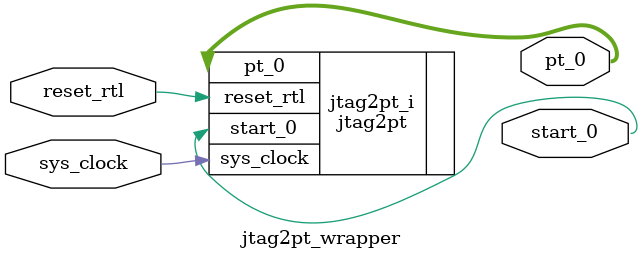
<source format=v>
`timescale 1 ps / 1 ps

module jtag2pt_wrapper
   (pt_0,
    reset_rtl,
    start_0,
    sys_clock);
  output [127:0]pt_0;
  input reset_rtl;
  output start_0;
  input sys_clock;

  wire [127:0]pt_0;
  wire reset_rtl;
  wire start_0;
  wire sys_clock;

  jtag2pt jtag2pt_i
       (.pt_0(pt_0),
        .reset_rtl(reset_rtl),
        .start_0(start_0),
        .sys_clock(sys_clock));
endmodule

</source>
